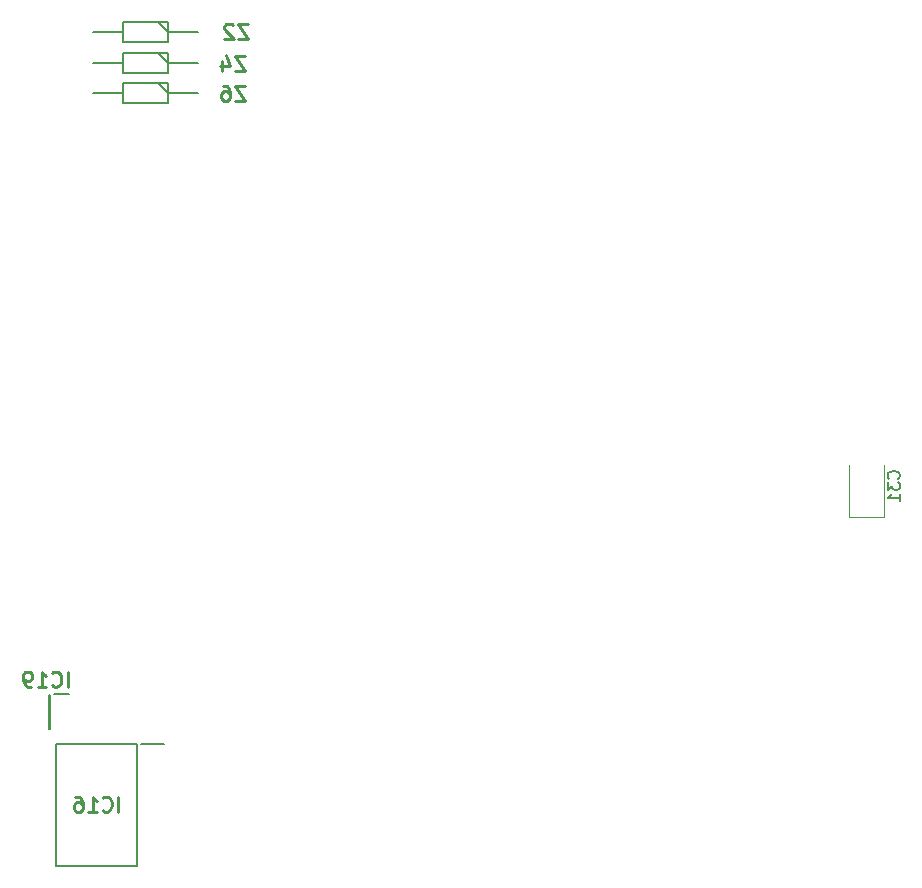
<source format=gbr>
%TF.GenerationSoftware,KiCad,Pcbnew,(6.0.0)*%
%TF.CreationDate,2022-04-28T11:50:29-07:00*%
%TF.ProjectId,AMS-Mega2560-Base,414d532d-4d65-4676-9132-3536302d4261,rev?*%
%TF.SameCoordinates,Original*%
%TF.FileFunction,Legend,Bot*%
%TF.FilePolarity,Positive*%
%FSLAX46Y46*%
G04 Gerber Fmt 4.6, Leading zero omitted, Abs format (unit mm)*
G04 Created by KiCad (PCBNEW (6.0.0)) date 2022-04-28 11:50:29*
%MOMM*%
%LPD*%
G01*
G04 APERTURE LIST*
%ADD10C,0.254000*%
%ADD11C,0.150000*%
%ADD12C,0.200000*%
%ADD13C,0.120000*%
G04 APERTURE END LIST*
D10*
%TO.C,IC19*%
X165974799Y-103873198D02*
X165974799Y-102603198D01*
X164644323Y-103752246D02*
X164704799Y-103812722D01*
X164886228Y-103873198D01*
X165007180Y-103873198D01*
X165188609Y-103812722D01*
X165309561Y-103691770D01*
X165370037Y-103570817D01*
X165430514Y-103328913D01*
X165430514Y-103147484D01*
X165370037Y-102905579D01*
X165309561Y-102784627D01*
X165188609Y-102663675D01*
X165007180Y-102603198D01*
X164886228Y-102603198D01*
X164704799Y-102663675D01*
X164644323Y-102724151D01*
X163434799Y-103873198D02*
X164160514Y-103873198D01*
X163797656Y-103873198D02*
X163797656Y-102603198D01*
X163918609Y-102784627D01*
X164039561Y-102905579D01*
X164160514Y-102966055D01*
X162830037Y-103873198D02*
X162588133Y-103873198D01*
X162467180Y-103812722D01*
X162406704Y-103752246D01*
X162285752Y-103570817D01*
X162225276Y-103328913D01*
X162225276Y-102845103D01*
X162285752Y-102724151D01*
X162346228Y-102663675D01*
X162467180Y-102603198D01*
X162709085Y-102603198D01*
X162830037Y-102663675D01*
X162890514Y-102724151D01*
X162950990Y-102845103D01*
X162950990Y-103147484D01*
X162890514Y-103268436D01*
X162830037Y-103328913D01*
X162709085Y-103389389D01*
X162467180Y-103389389D01*
X162346228Y-103328913D01*
X162285752Y-103268436D01*
X162225276Y-103147484D01*
%TO.C,IC16*%
X170254823Y-114445323D02*
X170254823Y-113175323D01*
X168924347Y-114324371D02*
X168984823Y-114384847D01*
X169166252Y-114445323D01*
X169287204Y-114445323D01*
X169468633Y-114384847D01*
X169589585Y-114263895D01*
X169650061Y-114142942D01*
X169710538Y-113901038D01*
X169710538Y-113719609D01*
X169650061Y-113477704D01*
X169589585Y-113356752D01*
X169468633Y-113235800D01*
X169287204Y-113175323D01*
X169166252Y-113175323D01*
X168984823Y-113235800D01*
X168924347Y-113296276D01*
X167714823Y-114445323D02*
X168440538Y-114445323D01*
X168077680Y-114445323D02*
X168077680Y-113175323D01*
X168198633Y-113356752D01*
X168319585Y-113477704D01*
X168440538Y-113538180D01*
X166626252Y-113175323D02*
X166868157Y-113175323D01*
X166989109Y-113235800D01*
X167049585Y-113296276D01*
X167170538Y-113477704D01*
X167231014Y-113719609D01*
X167231014Y-114203419D01*
X167170538Y-114324371D01*
X167110061Y-114384847D01*
X166989109Y-114445323D01*
X166747204Y-114445323D01*
X166626252Y-114384847D01*
X166565776Y-114324371D01*
X166505300Y-114203419D01*
X166505300Y-113901038D01*
X166565776Y-113780085D01*
X166626252Y-113719609D01*
X166747204Y-113659133D01*
X166989109Y-113659133D01*
X167110061Y-113719609D01*
X167170538Y-113780085D01*
X167231014Y-113901038D01*
%TO.C,Z2*%
X181220224Y-47741529D02*
X180373557Y-47741529D01*
X181220224Y-49011529D01*
X180373557Y-49011529D01*
X179950224Y-47862482D02*
X179889748Y-47802006D01*
X179768795Y-47741529D01*
X179466414Y-47741529D01*
X179345462Y-47802006D01*
X179284986Y-47862482D01*
X179224509Y-47983434D01*
X179224509Y-48104386D01*
X179284986Y-48285815D01*
X180010700Y-49011529D01*
X179224509Y-49011529D01*
%TO.C,Z6*%
X180954816Y-52981411D02*
X180108149Y-52981411D01*
X180954816Y-54251411D01*
X180108149Y-54251411D01*
X179080054Y-52981411D02*
X179321959Y-52981411D01*
X179442911Y-53041888D01*
X179503387Y-53102364D01*
X179624340Y-53283792D01*
X179684816Y-53525697D01*
X179684816Y-54009507D01*
X179624340Y-54130459D01*
X179563863Y-54190935D01*
X179442911Y-54251411D01*
X179201006Y-54251411D01*
X179080054Y-54190935D01*
X179019578Y-54130459D01*
X178959101Y-54009507D01*
X178959101Y-53707126D01*
X179019578Y-53586173D01*
X179080054Y-53525697D01*
X179201006Y-53465221D01*
X179442911Y-53465221D01*
X179563863Y-53525697D01*
X179624340Y-53586173D01*
X179684816Y-53707126D01*
%TO.C,Z4*%
X180940801Y-50437641D02*
X180094134Y-50437641D01*
X180940801Y-51707641D01*
X180094134Y-51707641D01*
X179066039Y-50860975D02*
X179066039Y-51707641D01*
X179368420Y-50377165D02*
X179670801Y-51284308D01*
X178884610Y-51284308D01*
D11*
%TO.C,C31*%
X236309742Y-86242042D02*
X236357361Y-86194423D01*
X236404980Y-86051566D01*
X236404980Y-85956328D01*
X236357361Y-85813471D01*
X236262123Y-85718233D01*
X236166885Y-85670614D01*
X235976409Y-85622995D01*
X235833552Y-85622995D01*
X235643076Y-85670614D01*
X235547838Y-85718233D01*
X235452600Y-85813471D01*
X235404980Y-85956328D01*
X235404980Y-86051566D01*
X235452600Y-86194423D01*
X235500219Y-86242042D01*
X235404980Y-86575376D02*
X235404980Y-87194423D01*
X235785933Y-86861090D01*
X235785933Y-87003947D01*
X235833552Y-87099185D01*
X235881171Y-87146804D01*
X235976409Y-87194423D01*
X236214504Y-87194423D01*
X236309742Y-87146804D01*
X236357361Y-87099185D01*
X236404980Y-87003947D01*
X236404980Y-86718233D01*
X236357361Y-86622995D01*
X236309742Y-86575376D01*
X236404980Y-88146804D02*
X236404980Y-87575376D01*
X236404980Y-87861090D02*
X235404980Y-87861090D01*
X235547838Y-87765852D01*
X235643076Y-87670614D01*
X235690695Y-87575376D01*
D12*
%TO.C,IC19*%
X164496400Y-107459500D02*
X164496400Y-104539500D01*
X164496400Y-104539500D02*
X164346400Y-104539500D01*
X164346400Y-104539500D02*
X164346400Y-107459500D01*
X166096400Y-104499500D02*
X164846400Y-104499500D01*
X164346400Y-107459500D02*
X164496400Y-107459500D01*
%TO.C,IC16*%
X174085300Y-108750800D02*
X172160300Y-108750800D01*
X171810300Y-108720800D02*
X165010300Y-108720800D01*
X171810300Y-119020800D02*
X171810300Y-108720800D01*
X165010300Y-119020800D02*
X171810300Y-119020800D01*
X165010300Y-108720800D02*
X165010300Y-119020800D01*
%TO.C,Z2*%
X177004300Y-48427000D02*
X174481300Y-48427000D01*
X174481300Y-49287000D02*
X174481300Y-47567000D01*
X174481300Y-48427000D02*
X173621300Y-47567000D01*
X170677300Y-49287000D02*
X174481300Y-49287000D01*
X170677300Y-48427000D02*
X168154300Y-48427000D01*
X174481300Y-47567000D02*
X170677300Y-47567000D01*
X170677300Y-47567000D02*
X170677300Y-49287000D01*
%TO.C,Z6*%
X174481300Y-54483000D02*
X174481300Y-52763000D01*
X170677300Y-53623000D02*
X168154300Y-53623000D01*
X170677300Y-52763000D02*
X170677300Y-54483000D01*
X174481300Y-52763000D02*
X170677300Y-52763000D01*
X170677300Y-54483000D02*
X174481300Y-54483000D01*
X177004300Y-53623000D02*
X174481300Y-53623000D01*
X174481300Y-53623000D02*
X173621300Y-52763000D01*
%TO.C,Z4*%
X170677300Y-51059400D02*
X168154300Y-51059400D01*
X177004300Y-51059400D02*
X174481300Y-51059400D01*
X174481300Y-51919400D02*
X174481300Y-50199400D01*
X170677300Y-51919400D02*
X174481300Y-51919400D01*
X174481300Y-50199400D02*
X170677300Y-50199400D01*
X170677300Y-50199400D02*
X170677300Y-51919400D01*
X174481300Y-51059400D02*
X173621300Y-50199400D01*
D13*
%TO.C,C31*%
X235112600Y-89519900D02*
X232092600Y-89519900D01*
X235112600Y-85134900D02*
X235112600Y-89519900D01*
X232092600Y-89519900D02*
X232092600Y-85134900D01*
%TD*%
M02*

</source>
